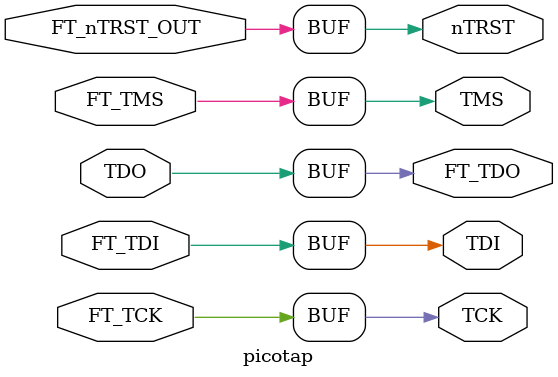
<source format=v>
module picotap(
           FT_TDO ,
           FT_TDI ,
           FT_TCK ,
           FT_TMS ,
           FT_nTRST_OUT ,
           TDO ,
           TCK ,
           TDI ,
           TMS ,
			  nTRST
			  );

output wire FT_TDO;
input wire FT_TDI;
input wire FT_TCK;
input wire FT_TMS;
input wire FT_nTRST_OUT;
input wire TDO;
output wire TCK;
output wire TDI;
output wire TMS;
output wire nTRST;

	//outputs
assign TDI = FT_TDI;
assign 	TMS = FT_TMS;
assign 	TCK = FT_TCK;
assign 	nTRST = FT_nTRST_OUT; 

	//inputs
assign 	FT_TDO = TDO;

endmodule


</source>
